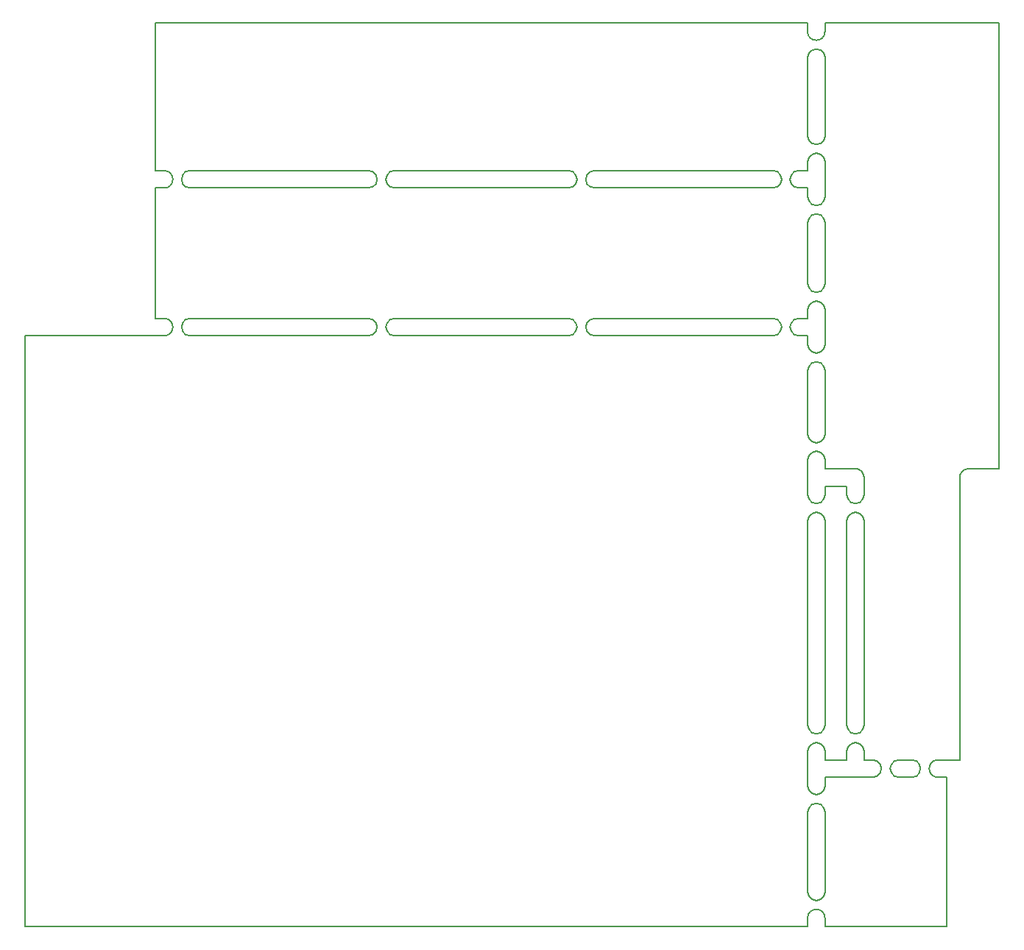
<source format=gbr>
G04 DipTrace 4.3.0.5*
G04 BoardOutline.gbr*
%MOIN*%
G04 #@! TF.FileFunction,Profile*
G04 #@! TF.Part,Single*
%ADD12C,0.005512*%
%FSLAX26Y26*%
G04*
G70*
G90*
G75*
G01*
G04 BoardOutline*
%LPD*%
X393701Y3070866D2*
D12*
X1023622D1*
G03X1023622Y3149606I0J39370D01*
G01*
X984252D1*
Y3740157D1*
X1023622D1*
G03X1023622Y3818898I0J39370D01*
G01*
X984252D1*
Y4488189D1*
X3937008D1*
Y4448819D1*
G03X4015748Y4448819I39370J0D01*
G01*
Y4488189D1*
X4803150D1*
Y2468504D1*
X4665354D1*
G03X4625984Y2429134I14J-39384D01*
G01*
Y1149606D1*
X4527559D1*
G03X4527559Y1070866I0J-39370D01*
G01*
X4566929D1*
Y393701D1*
X4015748D1*
Y433071D1*
G03X3937008Y433071I-39370J0D01*
G01*
Y393701D1*
X393701D1*
Y3070866D1*
X4015748Y1031496D2*
Y1070866D1*
X4232283D1*
X4251969Y1076140D1*
X4266379Y1090550D1*
X4271654Y1110235D1*
X4266379Y1129920D1*
X4251970Y1144331D1*
X4232285Y1149605D1*
X4192913Y1149606D1*
Y1188976D1*
X4187639Y1208661D1*
X4173228Y1223072D1*
X4153543Y1228346D1*
X4133858Y1223071D1*
X4119449Y1208660D1*
X4114175Y1188975D1*
X4114173Y1149606D1*
X4015748D1*
Y1188976D1*
X4010474Y1208661D1*
X3996063Y1223072D1*
X3976378Y1228346D1*
X3956693Y1223071D1*
X3942283Y1208660D1*
X3937009Y1188975D1*
X3937008Y1031496D1*
X3942282Y1011811D1*
X3956693Y997400D1*
X3976378Y992126D1*
X3996063Y997400D1*
X4010474Y1011810D1*
X4015749Y1031495D1*
X4015748Y551181D2*
Y913386D1*
X4010474Y933071D1*
X3996063Y947482D1*
X3976378Y952756D1*
X3956693Y947480D1*
X3942283Y933070D1*
X3937009Y913385D1*
X3937008Y551181D1*
X3942282Y531496D1*
X3956693Y517085D1*
X3976378Y511811D1*
X3996063Y517085D1*
X4010474Y531495D1*
X4015749Y551180D1*
X4015748Y2350394D2*
Y2389764D1*
X4114173D1*
Y2350394D1*
X4119448Y2330709D1*
X4133858Y2316298D1*
X4153543Y2311024D1*
X4173228Y2316298D1*
X4187639Y2330707D1*
X4192915Y2350392D1*
X4192913Y2429134D1*
X4191570Y2439322D1*
X4187635Y2448815D1*
X4181378Y2456969D1*
X4173226Y2463224D1*
X4163732Y2467159D1*
X4153545Y2468503D1*
X4015748Y2468504D1*
Y2507874D1*
X4010474Y2527559D1*
X3996063Y2541970D1*
X3976378Y2547244D1*
X3956693Y2541969D1*
X3942283Y2527558D1*
X3937009Y2507873D1*
X3937008Y2350394D1*
X3942282Y2330709D1*
X3956693Y2316298D1*
X3976378Y2311024D1*
X3996063Y2316298D1*
X4010474Y2330707D1*
X4015749Y2350392D1*
X4015748Y1307087D2*
Y2232283D1*
X4010474Y2251969D1*
X3996063Y2266379D1*
X3976378Y2271654D1*
X3956693Y2266378D1*
X3942283Y2251967D1*
X3937009Y2232282D1*
X3937008Y1307087D1*
X3942282Y1287402D1*
X3956693Y1272991D1*
X3976378Y1267717D1*
X3996063Y1272991D1*
X4010474Y1287400D1*
X4015749Y1307085D1*
X4015748Y2625984D2*
Y2913386D1*
X4010474Y2933071D1*
X3996063Y2947482D1*
X3976378Y2952756D1*
X3956693Y2947480D1*
X3942283Y2933070D1*
X3937009Y2913385D1*
X3937008Y2625984D1*
X3942282Y2606299D1*
X3956693Y2591888D1*
X3976378Y2586614D1*
X3996063Y2591888D1*
X4010474Y2606298D1*
X4015749Y2625983D1*
X3937008Y3149606D2*
X3897638D1*
X3877953Y3144331D1*
X3863542Y3129920D1*
X3858268Y3110235D1*
X3863543Y3090550D1*
X3877954Y3076139D1*
X3897639Y3070865D1*
X3937008Y3070866D1*
Y3031496D1*
X3942282Y3011811D1*
X3956693Y2997400D1*
X3976378Y2992126D1*
X3996063Y2997400D1*
X4010474Y3011810D1*
X4015749Y3031495D1*
X4015748Y3188976D1*
X4010474Y3208661D1*
X3996063Y3223072D1*
X3976378Y3228346D1*
X3956693Y3223071D1*
X3942283Y3208660D1*
X3937009Y3188975D1*
X3937008Y3149606D1*
X1948819Y3070866D2*
X1968504Y3076140D1*
X1982915Y3090550D1*
X1988189Y3110235D1*
X1982915Y3129920D1*
X1968505Y3144331D1*
X1948820Y3149605D1*
X1141732Y3149606D1*
X1122047Y3144331D1*
X1107636Y3129920D1*
X1102362Y3110235D1*
X1107638Y3090550D1*
X1122049Y3076139D1*
X1141734Y3070865D1*
X1948819Y3070866D1*
X2854331D2*
X2874016Y3076140D1*
X2888427Y3090550D1*
X2893701Y3110235D1*
X2888427Y3129920D1*
X2874017Y3144331D1*
X2854332Y3149605D1*
X2066929Y3149606D1*
X2047244Y3144331D1*
X2032833Y3129920D1*
X2027559Y3110235D1*
X2032835Y3090550D1*
X2047245Y3076139D1*
X2066930Y3070865D1*
X2854331Y3070866D1*
X3779528D2*
X3799213Y3076140D1*
X3813623Y3090550D1*
X3818898Y3110235D1*
X3813623Y3129920D1*
X3799214Y3144331D1*
X3779529Y3149605D1*
X2972441Y3149606D1*
X2952756Y3144331D1*
X2938345Y3129920D1*
X2933071Y3110235D1*
X2938346Y3090550D1*
X2952757Y3076139D1*
X2972442Y3070865D1*
X3779528Y3070866D1*
X4015748Y3858268D2*
X4010474Y3877953D1*
X3996063Y3892364D1*
X3976378Y3897638D1*
X3956693Y3892362D1*
X3942283Y3877951D1*
X3937009Y3858266D1*
X3937008Y3818898D1*
X3897638D1*
X3877953Y3813622D1*
X3863542Y3799211D1*
X3858268Y3779526D1*
X3863543Y3759841D1*
X3877954Y3745430D1*
X3897639Y3740156D1*
X3937008Y3740157D1*
Y3700787D1*
X3942282Y3681102D1*
X3956693Y3666692D1*
X3976378Y3661417D1*
X3996063Y3666692D1*
X4010474Y3681101D1*
X4015749Y3700786D1*
X4015748Y3858268D1*
Y3307087D2*
Y3582677D1*
X4010474Y3602362D1*
X3996063Y3616773D1*
X3976378Y3622047D1*
X3956693Y3616772D1*
X3942283Y3602361D1*
X3937009Y3582676D1*
X3937008Y3307087D1*
X3942282Y3287402D1*
X3956693Y3272991D1*
X3976378Y3267717D1*
X3996063Y3272991D1*
X4010474Y3287400D1*
X4015749Y3307085D1*
X1948819Y3818898D2*
X1968504Y3813623D1*
X1982915Y3799213D1*
X1988189Y3779528D1*
X1982915Y3759843D1*
X1968505Y3745432D1*
X1948820Y3740156D1*
X1141732Y3740157D1*
X1122047Y3745432D1*
X1107636Y3759843D1*
X1102362Y3779528D1*
X1107638Y3799213D1*
X1122049Y3813622D1*
X1141734Y3818896D1*
X1948819Y3818898D1*
X3779528D2*
X3799213Y3813623D1*
X3813623Y3799213D1*
X3818898Y3779528D1*
X3813623Y3759843D1*
X3799214Y3745432D1*
X3779529Y3740156D1*
X2972441Y3740157D1*
X2952756Y3745432D1*
X2938345Y3759843D1*
X2933071Y3779528D1*
X2938346Y3799213D1*
X2952757Y3813622D1*
X2972442Y3818896D1*
X3779528Y3818898D1*
X2854331D2*
X2066929D1*
X2047244Y3813622D1*
X2032833Y3799211D1*
X2027559Y3779526D1*
X2032835Y3759841D1*
X2047245Y3745430D1*
X2066930Y3740156D1*
X2854331Y3740157D1*
X2874016Y3745432D1*
X2888427Y3759841D1*
X2893701Y3779526D1*
X2888427Y3799211D1*
X2874017Y3813622D1*
X2854332Y3818896D1*
X4015748Y3976378D2*
Y4330709D1*
X4010474Y4350394D1*
X3996063Y4364804D1*
X3976378Y4370079D1*
X3956693Y4364803D1*
X3942283Y4350392D1*
X3937009Y4330707D1*
X3937008Y3976378D1*
X3942282Y3956693D1*
X3956693Y3942282D1*
X3976378Y3937008D1*
X3996063Y3942282D1*
X4010474Y3956692D1*
X4015749Y3976377D1*
X4409449Y1149606D2*
X4350394D1*
X4330709Y1144331D1*
X4316298Y1129920D1*
X4311024Y1110235D1*
X4316299Y1090550D1*
X4330710Y1076139D1*
X4350395Y1070865D1*
X4409449Y1070866D1*
X4429134Y1076140D1*
X4443545Y1090550D1*
X4448819Y1110235D1*
X4443545Y1129920D1*
X4429135Y1144331D1*
X4409450Y1149605D1*
X4114173Y2232283D2*
Y1307087D1*
X4119448Y1287402D1*
X4133858Y1272991D1*
X4153543Y1267717D1*
X4173228Y1272991D1*
X4187639Y1287400D1*
X4192915Y1307085D1*
X4192913Y2232283D1*
X4187639Y2251969D1*
X4173228Y2266379D1*
X4153543Y2271654D1*
X4133858Y2266378D1*
X4119449Y2251967D1*
X4114175Y2232282D1*
M02*

</source>
